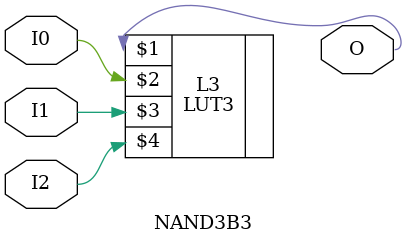
<source format=v>


`timescale  1 ps / 1 ps


module NAND3B3 (O, I0, I1, I2);

    output O;

    input  I0, I1, I2;

    LUT3 #(.INIT(8'hFE)) L3 (O, I0, I1, I2);

endmodule

</source>
